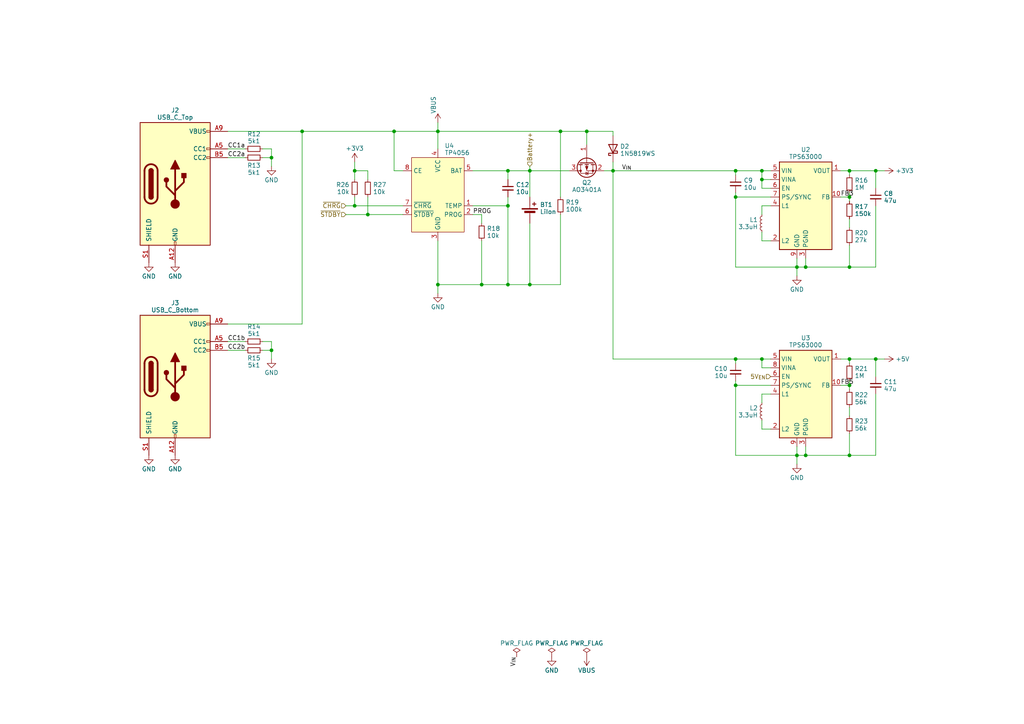
<source format=kicad_sch>
(kicad_sch (version 20230121) (generator eeschema)
  (paper "A4")
  (title_block (title "Qeteshs AC-Controller") (date "~DATE~") (rev "~VERSION~"))
  (lib_symbols
    (symbol "Device:Battery_Cell" (pin_numbers hide) (pin_names (offset 0) hide)
      (property "Reference" "BT" (at 2.54 2.54 0))
      (property "Value" "Battery_Cell" (at 2.54 0 0))
      (symbol "Battery_Cell_0_1"
        (rectangle (start -2.286 1.778) (end 2.286 1.524) (fill (type outline)))
        (rectangle (start -1.524 1.016) (end 1.524 0.508) (fill (type outline)))
        (polyline (pts (xy 0 0.762) (xy 0 0)))
        (polyline (pts (xy 0 1.778) (xy 0 2.54)))
        (polyline (pts (xy 0.762 3.048) (xy 1.778 3.048)) (stroke (width 0.254)))
        (polyline (pts (xy 1.27 3.556) (xy 1.27 2.54)) (stroke (width 0.254)))
      )
      (symbol "Battery_Cell_1_1"
        (pin passive line (at 0 5.08 270) (length 2.54) (name "+") (number "1"))
        (pin passive line (at 0 -2.54 90) (length 2.54) (name "-") (number "2"))
      )
    )
    (symbol "Device:C_Small" (pin_numbers hide) (pin_names (offset 0.254) hide)
      (property "Reference" "C" (at 0.254 1.778 0))
      (property "Value" "C_Small" (at 0.254 -2.032 0))
      (symbol "C_Small_0_1"
        (polyline (pts (xy -1.524 -0.508) (xy 1.524 -0.508)) (stroke (width 0.3302)))
        (polyline (pts (xy -1.524 0.508) (xy 1.524 0.508)) (stroke (width 0.3048)))
      )
      (symbol "C_Small_1_1"
        (pin passive line (at 0 2.54 270) (length 2.032) (name "~") (number "1"))
        (pin passive line (at 0 -2.54 90) (length 2.032) (name "~") (number "2"))
      )
    )
    (symbol "Device:L_Small" (pin_numbers hide) (pin_names (offset 0.254) hide)
      (property "Reference" "L" (at 0.762 1.016 0))
      (property "Value" "L_Small" (at 0.762 -1.016 0))
      (symbol "L_Small_0_1"
        (arc (start 0 -2.032) (mid 0.5058 -1.524) (end 0 -1.016))
        (arc (start 0 -1.016) (mid 0.5058 -0.508) (end 0 0))
        (arc (start 0 0) (mid 0.5058 0.508) (end 0 1.016))
        (arc (start 0 1.016) (mid 0.5058 1.524) (end 0 2.032))
      )
      (symbol "L_Small_1_1"
        (pin passive line (at 0 2.54 270) (length 0.508) (name "~") (number "1"))
        (pin passive line (at 0 -2.54 90) (length 0.508) (name "~") (number "2"))
      )
    )
    (symbol "Device:R_Small" (pin_numbers hide) (pin_names (offset 0.254) hide)
      (property "Reference" "R" (at 0.762 0.508 0))
      (property "Value" "R_Small" (at 0.762 -1.016 0))
      (symbol "R_Small_0_1"
        (rectangle (start -0.762 1.778) (end 0.762 -1.778) (stroke (width 0.2032)))
      )
      (symbol "R_Small_1_1"
        (pin passive line (at 0 2.54 270) (length 0.762) (name "~") (number "1"))
        (pin passive line (at 0 -2.54 90) (length 0.762) (name "~") (number "2"))
      )
    )
    (symbol "Diode:1N5819WS" (pin_numbers hide) (pin_names (offset 1.016) hide)
      (property "Reference" "D" (at 0 2.54 0))
      (property "Value" "1N5819WS" (at 0 -2.54 0))
      (symbol "1N5819WS_0_1"
        (polyline (pts (xy 1.27 0) (xy -1.27 0)))
        (polyline (pts (xy 1.27 1.27) (xy 1.27 -1.27) (xy -1.27 0) (xy 1.27 1.27)) (stroke (width 0.254)))
        (polyline (pts (xy -1.905 0.635) (xy -1.905 1.27) (xy -1.27 1.27) (xy -1.27 -1.27) (xy -0.635 -1.27) (xy -0.635 -0.635)) (stroke (width 0.254)))
      )
      (symbol "1N5819WS_1_1"
        (pin passive line (at -3.81 0 0) (length 2.54) (name "K") (number "1"))
        (pin passive line (at 3.81 0 180) (length 2.54) (name "A") (number "2"))
      )
    )
    (symbol "My_Symbols:TP4056"
      (property "Reference" "U" (at 0 0 0))
      (property "Value" "TP4056" (at 0 0 0))
      (symbol "TP4056_1_1"
        (rectangle (start -7.62 -3.81) (end 7.62 -25.4) (fill (type background)))
        (pin input line (at 10.16 -17.78 180) (length 2.54) (name "TEMP") (number "1"))
        (pin input line (at 10.16 -20.32 180) (length 2.54) (name "PROG") (number "2"))
        (pin power_in line (at 0 -27.94 90) (length 2.54) (name "GND") (number "3"))
        (pin power_in line (at 0 -1.27 270) (length 2.54) (name "VCC") (number "4"))
        (pin output line (at 10.16 -7.62 180) (length 2.54) (name "BAT") (number "5"))
        (pin output line (at -10.16 -20.32 0) (length 2.54) (name "~{STDBY}") (number "6"))
        (pin output line (at -10.16 -17.78 0) (length 2.54) (name "~{CHRG}") (number "7"))
        (pin input line (at -10.16 -7.62 0) (length 2.54) (name "CE") (number "8"))
        (pin passive line (at 0 -27.94 90) (length 2.54) hide (name "EP") (number "9"))
      )
    )
    (symbol "My_Symbols:USB_C_Receptacle_Power" (pin_names (offset 1.016))
      (property "Reference" "J7" (at 0 21.4798 0))
      (property "Value" "USB_C_Receptacle_Power" (at 0 18.9429 0))
      (symbol "USB_C_Receptacle_Power_0_0"
        (rectangle (start -0.254 -17.78) (end 0.254 -16.764))
        (rectangle (start 10.16 7.874) (end 9.144 7.366))
        (rectangle (start 10.16 10.414) (end 9.144 9.906))
        (rectangle (start 10.16 15.494) (end 9.144 14.986))
      )
      (symbol "USB_C_Receptacle_Power_0_1"
        (rectangle (start -10.16 17.78) (end 10.16 -17.78) (stroke (width 0.254)) (fill (type background)))
        (arc (start -8.89 -3.81) (mid -6.985 -5.7067) (end -5.08 -3.81) (stroke (width 0.508)))
        (arc (start -7.62 -3.81) (mid -6.985 -4.4423) (end -6.35 -3.81) (stroke (width 0.254)))
        (arc (start -7.62 -3.81) (mid -6.985 -4.4423) (end -6.35 -3.81) (stroke (width 0.254)) (fill (type outline)))
        (rectangle (start -7.62 -3.81) (end -6.35 3.81) (stroke (width 0.254)) (fill (type outline)))
        (arc (start -6.35 3.81) (mid -6.985 4.4423) (end -7.62 3.81) (stroke (width 0.254)))
        (arc (start -6.35 3.81) (mid -6.985 4.4423) (end -7.62 3.81) (stroke (width 0.254)) (fill (type outline)))
        (arc (start -5.08 3.81) (mid -6.985 5.7067) (end -8.89 3.81) (stroke (width 0.508)))
        (circle (center -2.54 1.143) (radius 0.635) (stroke (width 0.254)) (fill (type outline)))
        (circle (center 0 -5.842) (radius 1.27) (fill (type outline)))
        (polyline (pts (xy -8.89 -3.81) (xy -8.89 3.81)) (stroke (width 0.508)))
        (polyline (pts (xy -5.08 3.81) (xy -5.08 -3.81)) (stroke (width 0.508)))
        (polyline (pts (xy 0 -5.842) (xy 0 4.318)) (stroke (width 0.508)))
        (polyline (pts (xy 0 -3.302) (xy -2.54 -0.762) (xy -2.54 0.508)) (stroke (width 0.508)))
        (polyline (pts (xy 0 -2.032) (xy 2.54 0.508) (xy 2.54 1.778)) (stroke (width 0.508)))
        (polyline (pts (xy -1.27 4.318) (xy 0 6.858) (xy 1.27 4.318) (xy -1.27 4.318)) (stroke (width 0.254)) (fill (type outline)))
        (rectangle (start 1.905 1.778) (end 3.175 3.048) (stroke (width 0.254)) (fill (type outline)))
      )
      (symbol "USB_C_Receptacle_Power_1_1"
        (pin passive line (at 0 -22.86 90) (length 5.08) (name "GND") (number "A12"))
        (pin bidirectional line (at 15.24 10.16 180) (length 5.08) (name "CC1") (number "A5"))
        (pin passive line (at 15.24 15.24 180) (length 5.08) (name "VBUS") (number "A9"))
        (pin passive line (at 0 -22.86 90) (length 5.08) hide (name "GND") (number "B12"))
        (pin bidirectional line (at 15.24 7.62 180) (length 5.08) (name "CC2") (number "B5"))
        (pin passive line (at 15.24 15.24 180) (length 5.08) hide (name "VBUS") (number "B9"))
        (pin passive line (at -7.62 -22.86 90) (length 5.08) (name "SHIELD") (number "S1"))
      )
    )
    (symbol "Regulator_Switching:TPS63000"
      (property "Reference" "U" (at -7.62 13.97 0))
      (property "Value" "TPS63000" (at 5.08 13.97 0))
      (symbol "TPS63000_0_1"
        (rectangle (start -7.62 12.7) (end 7.62 -12.7) (stroke (width 0.254)) (fill (type background)))
      )
      (symbol "TPS63000_1_1"
        (pin power_out line (at 10.16 10.16 180) (length 2.54) (name "VOUT") (number "1"))
        (pin input line (at 10.16 2.54 180) (length 2.54) (name "FB") (number "10"))
        (pin passive line (at 0 -15.24 90) (length 2.54) hide (name "PGND") (number "11"))
        (pin input line (at -10.16 -10.16 0) (length 2.54) (name "L2") (number "2"))
        (pin power_in line (at 0 -15.24 90) (length 2.54) (name "PGND") (number "3"))
        (pin input line (at -10.16 0 0) (length 2.54) (name "L1") (number "4"))
        (pin power_in line (at -10.16 10.16 0) (length 2.54) (name "VIN") (number "5"))
        (pin input line (at -10.16 5.08 0) (length 2.54) (name "EN") (number "6"))
        (pin input line (at -10.16 2.54 0) (length 2.54) (name "PS/SYNC") (number "7"))
        (pin power_in line (at -10.16 7.62 0) (length 2.54) (name "VINA") (number "8"))
        (pin power_in line (at -2.54 -15.24 90) (length 2.54) (name "GND") (number "9"))
      )
    )
    (symbol "Transistor_FET:AO3401A" (pin_names hide)
      (property "Reference" "Q" (at 5.08 1.905 0))
      (property "Value" "AO3401A" (at 5.08 0 0))
      (symbol "AO3401A_0_1"
        (polyline (pts (xy 0.254 0) (xy -2.54 0)))
        (polyline (pts (xy 0.254 1.905) (xy 0.254 -1.905)) (stroke (width 0.254)))
        (polyline (pts (xy 0.762 -1.27) (xy 0.762 -2.286)) (stroke (width 0.254)))
        (polyline (pts (xy 0.762 0.508) (xy 0.762 -0.508)) (stroke (width 0.254)))
        (polyline (pts (xy 0.762 2.286) (xy 0.762 1.27)) (stroke (width 0.254)))
        (polyline (pts (xy 2.54 2.54) (xy 2.54 1.778)))
        (polyline (pts (xy 2.54 -2.54) (xy 2.54 0) (xy 0.762 0)))
        (polyline (pts (xy 0.762 1.778) (xy 3.302 1.778) (xy 3.302 -1.778) (xy 0.762 -1.778)))
        (polyline (pts (xy 2.286 0) (xy 1.27 0.381) (xy 1.27 -0.381) (xy 2.286 0)) (fill (type outline)))
        (polyline (pts (xy 2.794 -0.508) (xy 2.921 -0.381) (xy 3.683 -0.381) (xy 3.81 -0.254)))
        (polyline (pts (xy 3.302 -0.381) (xy 2.921 0.254) (xy 3.683 0.254) (xy 3.302 -0.381)))
        (circle (center 1.651 0) (radius 2.794) (stroke (width 0.254)))
        (circle (center 2.54 -1.778) (radius 0.254) (fill (type outline)))
        (circle (center 2.54 1.778) (radius 0.254) (fill (type outline)))
      )
      (symbol "AO3401A_1_1"
        (pin input line (at -5.08 0 0) (length 2.54) (name "G") (number "1"))
        (pin passive line (at 2.54 -5.08 90) (length 2.54) (name "S") (number "2"))
        (pin passive line (at 2.54 5.08 270) (length 2.54) (name "D") (number "3"))
      )
    )
    (symbol "power:+3V3" (power) (pin_names (offset 0))
      (property "Value" "+3V3" (at 0 3.556 0))
      (symbol "+3V3_0_1"
        (polyline (pts (xy -0.762 1.27) (xy 0 2.54)))
        (polyline (pts (xy 0 0) (xy 0 2.54)))
        (polyline (pts (xy 0 2.54) (xy 0.762 1.27)))
      )
      (symbol "+3V3_1_1"
        (pin power_in line (at 0 0 90) (length 0) hide (name "+3V3") (number "1"))
      )
    )
    (symbol "power:+5V" (power) (pin_names (offset 0))
      (property "Value" "+5V" (at 0 3.556 0))
      (symbol "+5V_0_1"
        (polyline (pts (xy -0.762 1.27) (xy 0 2.54)))
        (polyline (pts (xy 0 0) (xy 0 2.54)))
        (polyline (pts (xy 0 2.54) (xy 0.762 1.27)))
      )
      (symbol "+5V_1_1"
        (pin power_in line (at 0 0 90) (length 0) hide (name "+5V") (number "1"))
      )
    )
    (symbol "power:GND" (power) (pin_names (offset 0))
      (property "Value" "GND" (at 0 -3.81 0))
      (symbol "GND_0_1"
        (polyline (pts (xy 0 0) (xy 0 -1.27) (xy 1.27 -1.27) (xy 0 -2.54) (xy -1.27 -1.27) (xy 0 -1.27)))
      )
      (symbol "GND_1_1"
        (pin power_in line (at 0 0 270) (length 0) hide (name "GND") (number "1"))
      )
    )
    (symbol "power:PWR_FLAG" (power) (pin_numbers hide) (pin_names (offset 0) hide)
      (property "Value" "PWR_FLAG" (at 0 3.81 0))
      (symbol "PWR_FLAG_0_0"
        (pin power_out line (at 0 0 90) (length 0) (name "pwr") (number "1"))
      )
      (symbol "PWR_FLAG_0_1"
        (polyline (pts (xy 0 0) (xy 0 1.27) (xy -1.016 1.905) (xy 0 2.54) (xy 1.016 1.905) (xy 0 1.27)))
      )
    )
    (symbol "power:VBUS" (power) (pin_names (offset 0))
      (property "Value" "VBUS" (at 0 3.81 0))
      (symbol "VBUS_0_1"
        (polyline (pts (xy -0.762 1.27) (xy 0 2.54)))
        (polyline (pts (xy 0 0) (xy 0 2.54)))
        (polyline (pts (xy 0 2.54) (xy 0.762 1.27)))
      )
      (symbol "VBUS_1_1"
        (pin power_in line (at 0 0 90) (length 0) hide (name "VBUS") (number "1"))
      )
    )
  )
  (junction (at 213.36 49.53))
  (junction (at 220.98 52.07))
  (junction (at 254 104.14))
  (junction (at 87.63 38.1))
  (junction (at 213.36 104.14))
  (junction (at 106.68 62.23))
  (junction (at 233.68 132.08))
  (junction (at 153.67 82.55))
  (junction (at 127 82.55))
  (junction (at 78.74 101.6))
  (junction (at 102.87 49.53))
  (junction (at 246.38 111.76))
  (junction (at 102.87 59.69))
  (junction (at 246.38 104.14))
  (junction (at 246.38 49.53))
  (junction (at 177.8 49.53))
  (junction (at 153.67 49.53))
  (junction (at 170.18 38.1))
  (junction (at 127 38.1))
  (junction (at 246.38 57.15))
  (junction (at 213.36 57.15))
  (junction (at 220.98 104.14))
  (junction (at 213.36 111.76))
  (junction (at 231.14 132.08))
  (junction (at 147.32 82.55))
  (junction (at 147.32 59.69))
  (junction (at 254 49.53))
  (junction (at 220.98 49.53))
  (junction (at 147.32 49.53))
  (junction (at 162.56 38.1))
  (junction (at 246.38 77.47))
  (junction (at 233.68 77.47))
  (junction (at 78.74 45.72))
  (junction (at 139.7 82.55))
  (junction (at 231.14 77.47))
  (junction (at 114.3 38.1))
  (junction (at 246.38 132.08))
  (wire (pts (xy 66.04 38.1) (xy 87.63 38.1)))
  (wire (pts (xy 213.36 104.14) (xy 177.8 104.14)))
  (wire (pts (xy 170.18 38.1) (xy 170.18 41.91)))
  (wire (pts (xy 246.38 57.15) (xy 246.38 58.42)))
  (wire (pts (xy 100.33 59.69) (xy 102.87 59.69)))
  (wire (pts (xy 106.68 49.53) (xy 106.68 52.07)))
  (wire (pts (xy 243.84 57.15) (xy 246.38 57.15)))
  (wire (pts (xy 71.12 101.6) (xy 66.04 101.6)))
  (wire (pts (xy 233.68 132.08) (xy 246.38 132.08)))
  (wire (pts (xy 243.84 111.76) (xy 246.38 111.76)))
  (wire (pts (xy 102.87 46.99) (xy 102.87 49.53)))
  (wire (pts (xy 246.38 104.14) (xy 246.38 105.41)))
  (wire (pts (xy 106.68 62.23) (xy 116.84 62.23)))
  (wire (pts (xy 177.8 104.14) (xy 177.8 49.53)))
  (wire (pts (xy 102.87 49.53) (xy 102.87 52.07)))
  (wire (pts (xy 213.36 57.15) (xy 213.36 77.47)))
  (wire (pts (xy 220.98 104.14) (xy 223.52 104.14)))
  (wire (pts (xy 223.52 124.46) (xy 220.98 124.46)))
  (wire (pts (xy 220.98 62.23) (xy 220.98 59.69)))
  (wire (pts (xy 243.84 49.53) (xy 246.38 49.53)))
  (wire (pts (xy 139.7 69.85) (xy 139.7 82.55)))
  (wire (pts (xy 213.36 49.53) (xy 220.98 49.53)))
  (wire (pts (xy 177.8 46.99) (xy 177.8 49.53)))
  (wire (pts (xy 254 104.14) (xy 256.54 104.14)))
  (wire (pts (xy 231.14 77.47) (xy 231.14 80.01)))
  (wire (pts (xy 254 104.14) (xy 246.38 104.14)))
  (wire (pts (xy 233.68 129.54) (xy 233.68 132.08)))
  (wire (pts (xy 213.36 55.88) (xy 213.36 57.15)))
  (wire (pts (xy 162.56 38.1) (xy 170.18 38.1)))
  (wire (pts (xy 116.84 49.53) (xy 114.3 49.53)))
  (wire (pts (xy 153.67 57.15) (xy 153.67 49.53)))
  (wire (pts (xy 137.16 59.69) (xy 147.32 59.69)))
  (wire (pts (xy 139.7 62.23) (xy 139.7 64.77)))
  (wire (pts (xy 147.32 82.55) (xy 139.7 82.55)))
  (wire (pts (xy 220.98 54.61) (xy 220.98 52.07)))
  (wire (pts (xy 170.18 38.1) (xy 177.8 38.1)))
  (wire (pts (xy 127 35.56) (xy 127 38.1)))
  (wire (pts (xy 102.87 59.69) (xy 116.84 59.69)))
  (wire (pts (xy 139.7 82.55) (xy 127 82.55)))
  (wire (pts (xy 213.36 132.08) (xy 231.14 132.08)))
  (wire (pts (xy 246.38 57.15) (xy 246.38 55.88)))
  (wire (pts (xy 254 109.22) (xy 254 104.14)))
  (wire (pts (xy 213.36 49.53) (xy 213.36 50.8)))
  (wire (pts (xy 246.38 49.53) (xy 246.38 50.8)))
  (wire (pts (xy 137.16 49.53) (xy 147.32 49.53)))
  (wire (pts (xy 102.87 57.15) (xy 102.87 59.69)))
  (wire (pts (xy 78.74 48.26) (xy 78.74 45.72)))
  (wire (pts (xy 78.74 45.72) (xy 78.74 43.18)))
  (wire (pts (xy 78.74 104.14) (xy 78.74 101.6)))
  (wire (pts (xy 246.38 77.47) (xy 254 77.47)))
  (wire (pts (xy 220.98 49.53) (xy 223.52 49.53)))
  (wire (pts (xy 220.98 106.68) (xy 220.98 104.14)))
  (wire (pts (xy 153.67 64.77) (xy 153.67 82.55)))
  (wire (pts (xy 220.98 124.46) (xy 220.98 121.92)))
  (wire (pts (xy 66.04 93.98) (xy 87.63 93.98)))
  (wire (pts (xy 231.14 132.08) (xy 231.14 134.62)))
  (wire (pts (xy 87.63 38.1) (xy 114.3 38.1)))
  (wire (pts (xy 213.36 111.76) (xy 213.36 132.08)))
  (wire (pts (xy 254 49.53) (xy 246.38 49.53)))
  (wire (pts (xy 231.14 129.54) (xy 231.14 132.08)))
  (wire (pts (xy 246.38 63.5) (xy 246.38 66.04)))
  (wire (pts (xy 78.74 101.6) (xy 78.74 99.06)))
  (wire (pts (xy 213.36 104.14) (xy 213.36 105.41)))
  (wire (pts (xy 254 49.53) (xy 256.54 49.53)))
  (wire (pts (xy 114.3 38.1) (xy 127 38.1)))
  (wire (pts (xy 254 54.61) (xy 254 49.53)))
  (wire (pts (xy 223.52 52.07) (xy 220.98 52.07)))
  (wire (pts (xy 153.67 82.55) (xy 147.32 82.55)))
  (wire (pts (xy 243.84 104.14) (xy 246.38 104.14)))
  (wire (pts (xy 76.2 99.06) (xy 78.74 99.06)))
  (wire (pts (xy 162.56 38.1) (xy 162.56 57.15)))
  (wire (pts (xy 175.26 49.53) (xy 177.8 49.53)))
  (wire (pts (xy 76.2 43.18) (xy 78.74 43.18)))
  (wire (pts (xy 127 38.1) (xy 162.56 38.1)))
  (wire (pts (xy 153.67 49.53) (xy 165.1 49.53)))
  (wire (pts (xy 220.98 52.07) (xy 220.98 49.53)))
  (wire (pts (xy 71.12 43.18) (xy 66.04 43.18)))
  (wire (pts (xy 246.38 118.11) (xy 246.38 120.65)))
  (wire (pts (xy 100.33 62.23) (xy 106.68 62.23)))
  (wire (pts (xy 147.32 59.69) (xy 147.32 57.15)))
  (wire (pts (xy 127 38.1) (xy 127 43.18)))
  (wire (pts (xy 137.16 62.23) (xy 139.7 62.23)))
  (wire (pts (xy 213.36 111.76) (xy 223.52 111.76)))
  (wire (pts (xy 223.52 69.85) (xy 220.98 69.85)))
  (wire (pts (xy 213.36 110.49) (xy 213.36 111.76)))
  (wire (pts (xy 254 114.3) (xy 254 132.08)))
  (wire (pts (xy 153.67 48.26) (xy 153.67 49.53)))
  (wire (pts (xy 147.32 59.69) (xy 147.32 82.55)))
  (wire (pts (xy 233.68 132.08) (xy 231.14 132.08)))
  (wire (pts (xy 254 59.69) (xy 254 77.47)))
  (wire (pts (xy 246.38 71.12) (xy 246.38 77.47)))
  (wire (pts (xy 246.38 111.76) (xy 246.38 113.03)))
  (wire (pts (xy 162.56 82.55) (xy 153.67 82.55)))
  (wire (pts (xy 114.3 49.53) (xy 114.3 38.1)))
  (wire (pts (xy 177.8 49.53) (xy 213.36 49.53)))
  (wire (pts (xy 147.32 49.53) (xy 147.32 52.07)))
  (wire (pts (xy 246.38 132.08) (xy 254 132.08)))
  (wire (pts (xy 213.36 77.47) (xy 231.14 77.47)))
  (wire (pts (xy 76.2 101.6) (xy 78.74 101.6)))
  (wire (pts (xy 220.98 59.69) (xy 223.52 59.69)))
  (wire (pts (xy 71.12 45.72) (xy 66.04 45.72)))
  (wire (pts (xy 127 69.85) (xy 127 82.55)))
  (wire (pts (xy 223.52 106.68) (xy 220.98 106.68)))
  (wire (pts (xy 220.98 69.85) (xy 220.98 67.31)))
  (wire (pts (xy 213.36 104.14) (xy 220.98 104.14)))
  (wire (pts (xy 246.38 111.76) (xy 246.38 110.49)))
  (wire (pts (xy 127 82.55) (xy 127 85.09)))
  (wire (pts (xy 220.98 116.84) (xy 220.98 114.3)))
  (wire (pts (xy 71.12 99.06) (xy 66.04 99.06)))
  (wire (pts (xy 162.56 62.23) (xy 162.56 82.55)))
  (wire (pts (xy 106.68 57.15) (xy 106.68 62.23)))
  (wire (pts (xy 233.68 77.47) (xy 246.38 77.47)))
  (wire (pts (xy 177.8 38.1) (xy 177.8 39.37)))
  (wire (pts (xy 233.68 77.47) (xy 231.14 77.47)))
  (wire (pts (xy 220.98 114.3) (xy 223.52 114.3)))
  (wire (pts (xy 223.52 54.61) (xy 220.98 54.61)))
  (wire (pts (xy 153.67 49.53) (xy 147.32 49.53)))
  (wire (pts (xy 102.87 49.53) (xy 106.68 49.53)))
  (wire (pts (xy 213.36 57.15) (xy 223.52 57.15)))
  (wire (pts (xy 76.2 45.72) (xy 78.74 45.72)))
  (wire (pts (xy 233.68 74.93) (xy 233.68 77.47)))
  (wire (pts (xy 87.63 93.98) (xy 87.63 38.1)))
  (wire (pts (xy 246.38 125.73) (xy 246.38 132.08)))
  (wire (pts (xy 231.14 74.93) (xy 231.14 77.47)))
  (label "CC1b" (at 66.04 99.06 0))
  (label "PROG" (at 137.16 62.23 0))
  (label "FB5" (at 243.84 111.76 0))
  (label "CC1a" (at 66.04 43.18 0))
  (label "CC2b" (at 66.04 101.6 0))
  (label "V_{IN}" (at 149.86 190.5 270))
  (label "V_{IN}" (at 180.34 49.53 0))
  (label "CC2a" (at 66.04 45.72 0))
  (label "FB3" (at 243.84 57.15 0))
  (hierarchical_label "~{STDBY}" (shape input) (at 100.33 62.23 180))
  (hierarchical_label "Battery+" (shape input) (at 153.67 48.26 90))
  (hierarchical_label "5V_{EN}" (shape input) (at 223.52 109.22 180))
  (hierarchical_label "~{CHRG}" (shape input) (at 100.33 59.69 180))
  (symbol (lib_id "Device:R_Small") (at 73.66 99.06 90) (unit 1)
    (property "Reference" "R14" (at 73.66 94.7434 90))
    (property "Value" "5k1" (at 73.66 96.7914 90))
    (property "Footprint" "Resistor_SMD:R_0402_1005Metric" (effects hide))
    (property "LCSC" "C25905" (effects hide))
  )
  (symbol (lib_id "Device:Battery_Cell") (at 153.67 62.23 0) (unit 1)
    (property "Reference" "BT1" (at 156.591 59.3645 0) (effects (justify left)))
    (property "Value" "LiIon" (at 156.591 61.4125 0) (effects (justify left)))
    (property "Footprint" "Connector_JST:JST_PH_S2B-PH-K_1x02_P2.00mm_Horizontal" (effects hide))
  )
  (symbol (lib_id "My_Symbols:USB_C_Receptacle_Power") (at 50.8 53.34 0) (unit 1)
    (property "Reference" "J2" (at 50.8 31.98 0))
    (property "Value" "USB_C_Top" (at 50.8 34.028 0))
    (property "Footprint" "USB4125-GF-A_REVA2:GCT_USB4125-GF-A_REVA2" (effects hide))
    (property "Datasheet" "https://www.usb.org/sites/default/files/documents/usb_type-c.zip" (effects hide))
    (property "LCSC" "C283540" (effects hide))
  )
  (symbol (lib_id "Device:R_Small") (at 246.38 60.96 0) (unit 1)
    (property "Reference" "R17" (at 247.8786 59.936 0) (effects (justify left)))
    (property "Value" "150k" (at 247.8786 61.984 0) (effects (justify left)))
    (property "Footprint" "Resistor_SMD:R_0402_1005Metric" (effects hide))
    (property "LCSC" "C25755" (effects hide))
  )
  (symbol (lib_id "power:VBUS") (at 127 35.56 0) (unit 1)
    (property "Reference" "#PWR05" (effects hide))
    (property "Value" "VBUS" (at 125.73 33.02 90) (effects (justify left)))
    (instances (project "AC-Controller" (path "" (reference "#PWR05") (unit 1)) (path "" (reference "#PWR038") (unit 1))))
  )
  (symbol (lib_id "Device:R_Small") (at 139.7 67.31 0) (unit 1)
    (property "Reference" "R18" (at 141.1986 66.286 0) (effects (justify left)))
    (property "Value" "10k" (at 141.1986 68.334 0) (effects (justify left)))
    (property "Footprint" "Resistor_SMD:R_0402_1005Metric" (effects hide))
    (property "LCSC" "C25744" (effects hide))
  )
  (symbol (lib_id "Transistor_FET:AO3401A") (at 170.18 46.99 90) (mirror x) (unit 1)
    (property "Reference" "Q2" (at 170.18 52.967 90))
    (property "Value" "AO3401A" (at 170.18 55.015 90))
    (property "Footprint" "Package_TO_SOT_SMD:SOT-23" (effects hide))
    (property "Datasheet" "http://www.aosmd.com/pdfs/datasheet/AO3401A.pdf" (effects hide))
    (property "LCSC" "C15127" (effects hide))
  )
  (symbol (lib_id "Device:R_Small") (at 73.66 45.72 90) (unit 1)
    (property "Reference" "R13" (at 73.66 47.9886 90))
    (property "Value" "5k1" (at 73.66 50.0366 90))
    (property "Footprint" "Resistor_SMD:R_0402_1005Metric" (effects hide))
    (property "LCSC" "C25905" (effects hide))
  )
  (symbol (lib_id "My_Symbols:TP4056") (at 127 41.91 0) (unit 1)
    (property "Reference" "U4" (at 128.9559 42.267 0) (effects (justify left)))
    (property "Value" "TP4056" (at 128.9559 44.315 0) (effects (justify left)))
    (property "Footprint" "TP4056:SOP127P600X175-9N" (effects hide))
    (property "LCSC" "C16581" (effects hide))
  )
  (symbol (lib_id "power:+3V3") (at 102.87 46.99 0) (unit 1)
    (property "Reference" "#PWR027" (effects hide))
    (property "Value" "+3V3" (at 102.87 43.045 0))
  )
  (symbol (lib_id "Diode:1N5819WS") (at 177.8 43.18 90) (unit 1)
    (property "Reference" "D2" (at 179.832 42.4735 90) (effects (justify right)))
    (property "Value" "1N5819WS" (at 179.832 44.5215 90) (effects (justify right)))
    (property "Footprint" "Diode_SMD:D_SOD-323" (effects hide))
    (property "Datasheet" "https://datasheet.lcsc.com/lcsc/2204281430_Guangdong-Hottech-1N5819WS_C191023.pdf" (effects hide))
    (property "LCSC" "C191023" (effects hide))
  )
  (symbol (lib_id "Device:R_Small") (at 246.38 115.57 0) (unit 1)
    (property "Reference" "R22" (at 247.8786 114.546 0) (effects (justify left)))
    (property "Value" "56k" (at 247.8786 116.594 0) (effects (justify left)))
    (property "Footprint" "Resistor_SMD:R_0402_1005Metric" (effects hide))
    (property "LCSC" "C25796" (effects hide))
  )
  (symbol (lib_id "power:GND") (at 231.14 80.01 0) (unit 1)
    (property "Reference" "#PWR022" (effects hide))
    (property "Value" "GND" (at 231.14 83.955 0))
  )
  (symbol (lib_id "power:+5V") (at 256.54 104.14 270) (unit 1)
    (property "Reference" "#PWR033" (effects hide))
    (property "Value" "+5V" (at 259.715 104.14 90) (effects (justify left)))
  )
  (symbol (lib_id "power:GND") (at 50.8 132.08 0) (unit 1)
    (property "Reference" "#PWR04" (effects hide))
    (property "Value" "GND" (at 50.8 136.025 0))
    (instances (project "AC-Controller" (path "" (reference "#PWR04") (unit 1)) (path "" (reference "#PWR030") (unit 1))))
  )
  (symbol (lib_id "Device:L_Small") (at 220.98 119.38 180) (unit 1)
    (property "Reference" "L2" (at 219.8393 118.356 0) (effects (justify left)))
    (property "Value" "3.3uH" (at 219.8393 120.404 0) (effects (justify left)))
    (property "Footprint" "My_Footprints:EATON_DR74" (effects hide))
  )
  (symbol (lib_id "Device:C_Small") (at 213.36 53.34 0) (unit 1)
    (property "Reference" "C9" (at 215.6841 52.3223 0) (effects (justify left)))
    (property "Value" "10u" (at 215.6841 54.3703 0) (effects (justify left)))
    (property "Footprint" "Capacitor_SMD:C_0603_1608Metric" (effects hide))
    (property "LCSC" "C96446" (effects hide))
  )
  (symbol (lib_id "Device:C_Small") (at 254 111.76 0) (unit 1)
    (property "Reference" "C11" (at 256.3241 110.7423 0) (effects (justify left)))
    (property "Value" "47u" (at 256.3241 112.7903 0) (effects (justify left)))
    (property "Footprint" "Capacitor_SMD:C_0805_2012Metric" (effects hide))
    (property "LCSC" "C16780" (effects hide))
  )
  (symbol (lib_id "power:GND") (at 50.8 76.2 0) (unit 1)
    (property "Reference" "#PWR026" (effects hide))
    (property "Value" "GND" (at 50.8 80.145 0))
  )
  (symbol (lib_id "power:GND") (at 231.14 134.62 0) (unit 1)
    (property "Reference" "#PWR035" (effects hide))
    (property "Value" "GND" (at 231.14 138.565 0))
  )
  (symbol (lib_id "power:+3V3") (at 256.54 49.53 270) (unit 1)
    (property "Reference" "#PWR024" (effects hide))
    (property "Value" "+3V3" (at 259.715 49.53 90) (effects (justify left)))
  )
  (symbol (lib_id "Device:R_Small") (at 246.38 123.19 0) (unit 1)
    (property "Reference" "R23" (at 247.8786 122.166 0) (effects (justify left)))
    (property "Value" "56k" (at 247.8786 124.214 0) (effects (justify left)))
    (property "Footprint" "Resistor_SMD:R_0402_1005Metric" (effects hide))
    (property "LCSC" "C25796" (effects hide))
  )
  (symbol (lib_id "Device:C_Small") (at 254 57.15 0) (unit 1)
    (property "Reference" "C8" (at 256.3241 56.1323 0) (effects (justify left)))
    (property "Value" "47u" (at 256.3241 58.1803 0) (effects (justify left)))
    (property "Footprint" "Capacitor_SMD:C_0805_2012Metric" (effects hide))
    (property "LCSC" "C16780" (effects hide))
  )
  (symbol (lib_id "Device:C_Small") (at 147.32 54.61 0) (unit 1)
    (property "Reference" "C12" (at 149.6441 53.5923 0) (effects (justify left)))
    (property "Value" "10u" (at 149.6441 55.6403 0) (effects (justify left)))
    (property "Footprint" "Capacitor_SMD:C_0603_1608Metric" (effects hide))
    (property "LCSC" "C96446" (effects hide))
  )
  (symbol (lib_id "Device:L_Small") (at 220.98 64.77 180) (unit 1)
    (property "Reference" "L1" (at 219.8393 63.746 0) (effects (justify left)))
    (property "Value" "3.3uH" (at 219.8393 65.794 0) (effects (justify left)))
    (property "Footprint" "My_Footprints:EATON_DR74" (effects hide))
  )
  (symbol (lib_id "Device:R_Small") (at 102.87 54.61 0) (unit 1)
    (property "Reference" "R26" (at 101.3714 53.586 0) (effects (justify right)))
    (property "Value" "10k" (at 101.3714 55.634 0) (effects (justify right)))
    (property "Footprint" "Resistor_SMD:R_0402_1005Metric" (effects hide))
    (property "LCSC" "C25744" (effects hide))
  )
  (symbol (lib_id "Device:R_Small") (at 162.56 59.69 0) (unit 1)
    (property "Reference" "R19" (at 164.0586 58.666 0) (effects (justify left)))
    (property "Value" "100k" (at 164.0586 60.714 0) (effects (justify left)))
    (property "Footprint" "Resistor_SMD:R_0402_1005Metric" (effects hide))
    (property "LCSC" "C25741" (effects hide))
  )
  (symbol (lib_id "Regulator_Switching:TPS63000") (at 233.68 114.3 0) (unit 1)
    (property "Reference" "U3" (at 233.68 98.02 0))
    (property "Value" "TPS63000" (at 233.68 100.068 0))
    (property "Footprint" "Package_SON:Texas_DRC0010J" (effects hide))
    (property "Datasheet" "http://www.ti.com/lit/ds/symlink/tps63000.pdf" (effects hide))
    (property "LCSC" "C24966" (effects hide))
  )
  (symbol (lib_id "Device:C_Small") (at 213.36 107.95 0) (unit 1)
    (property "Reference" "C10" (at 211.0359 106.9323 0) (effects (justify right)))
    (property "Value" "10u" (at 211.0359 108.9803 0) (effects (justify right)))
    (property "Footprint" "Capacitor_SMD:C_0603_1608Metric" (effects hide))
    (property "LCSC" "C96446" (effects hide))
  )
  (symbol (lib_id "power:GND") (at 160.02 190.5 0) (unit 1)
    (property "Reference" "#PWR035" (effects hide))
    (property "Value" "GND" (at 160.02 194.445 0))
    (instances (project "AC-Controller" (path "" (reference "#PWR035") (unit 1)) (path "" (reference "#PWR031") (unit 1))))
  )
  (symbol (lib_id "My_Symbols:USB_C_Receptacle_Power") (at 50.8 109.22 0) (unit 1)
    (property "Reference" "J3" (at 50.8 87.86 0))
    (property "Value" "USB_C_Bottom" (at 50.8 89.908 0))
    (property "Footprint" "USB4125-GF-A_REVA2:GCT_USB4125-GF-A_REVA2" (effects hide))
    (property "Datasheet" "https://www.usb.org/sites/default/files/documents/usb_type-c.zip" (effects hide))
    (property "LCSC" "C283540" (effects hide))
  )
  (symbol (lib_id "power:GND") (at 78.74 104.14 0) (unit 1)
    (property "Reference" "#PWR02" (effects hide))
    (property "Value" "GND" (at 78.74 108.085 0))
    (instances (project "AC-Controller" (path "" (reference "#PWR02") (unit 1)) (path "" (reference "#PWR028") (unit 1))))
  )
  (symbol (lib_id "Device:R_Small") (at 73.66 101.6 90) (unit 1)
    (property "Reference" "R15" (at 73.66 103.8686 90))
    (property "Value" "5k1" (at 73.66 105.9166 90))
    (property "Footprint" "Resistor_SMD:R_0402_1005Metric" (effects hide))
    (property "LCSC" "C25905" (effects hide))
  )
  (symbol (lib_id "power:PWR_FLAG") (at 160.02 190.5 0) (unit 1)
    (property "Reference" "#FLG02" (effects hide))
    (property "Value" "PWR_FLAG" (at 160.02 186.555 0))
    (instances (project "AC-Controller" (path "" (reference "#FLG02") (unit 1)) (path "" (reference "#FLG01") (unit 1))))
  )
  (symbol (lib_id "Device:R_Small") (at 106.68 54.61 0) (unit 1)
    (property "Reference" "R27" (at 108.1786 53.586 0) (effects (justify left)))
    (property "Value" "10k" (at 108.1786 55.634 0) (effects (justify left)))
    (property "Footprint" "Resistor_SMD:R_0402_1005Metric" (effects hide))
    (property "LCSC" "C25744" (effects hide))
  )
  (symbol (lib_id "power:GND") (at 43.18 132.08 0) (unit 1)
    (property "Reference" "#PWR03" (effects hide))
    (property "Value" "GND" (at 43.18 136.025 0))
    (instances (project "AC-Controller" (path "" (reference "#PWR03") (unit 1)) (path "" (reference "#PWR029") (unit 1))))
  )
  (symbol (lib_id "power:PWR_FLAG") (at 149.86 190.5 0) (unit 1)
    (property "Reference" "#FLG02" (effects hide))
    (property "Value" "PWR_FLAG" (at 149.86 186.555 0))
    (instances (project "AC-Controller" (path "" (reference "#FLG02") (unit 1)) (path "" (reference "#FLG03") (unit 1))))
  )
  (symbol (lib_id "Device:R_Small") (at 73.66 43.18 90) (unit 1)
    (property "Reference" "R12" (at 73.66 38.8634 90))
    (property "Value" "5k1" (at 73.66 40.9114 90))
    (property "Footprint" "Resistor_SMD:R_0402_1005Metric" (effects hide))
    (property "LCSC" "C25905" (effects hide))
  )
  (symbol (lib_id "Device:R_Small") (at 246.38 53.34 0) (unit 1)
    (property "Reference" "R16" (at 247.8786 52.316 0) (effects (justify left)))
    (property "Value" "1M" (at 247.8786 54.364 0) (effects (justify left)))
    (property "Footprint" "Resistor_SMD:R_0402_1005Metric" (effects hide))
    (property "LCSC" "C26083" (effects hide))
  )
  (symbol (lib_id "power:VBUS") (at 170.18 190.5 180) (unit 1)
    (property "Reference" "#PWR034" (effects hide))
    (property "Value" "VBUS" (at 170.18 194.445 0))
    (instances (project "AC-Controller" (path "" (reference "#PWR034") (unit 1)) (path "" (reference "#PWR032") (unit 1))))
  )
  (symbol (lib_id "Regulator_Switching:TPS63000") (at 233.68 59.69 0) (unit 1)
    (property "Reference" "U2" (at 233.68 43.41 0))
    (property "Value" "TPS63000" (at 233.68 45.458 0))
    (property "Footprint" "Package_SON:Texas_DRC0010J" (effects hide))
    (property "Datasheet" "http://www.ti.com/lit/ds/symlink/tps63000.pdf" (effects hide))
    (property "LCSC" "C24966" (effects hide))
  )
  (symbol (lib_id "power:GND") (at 78.74 48.26 0) (unit 1)
    (property "Reference" "#PWR028" (effects hide))
    (property "Value" "GND" (at 78.74 52.205 0))
    (instances (project "AC-Controller" (path "" (reference "#PWR028") (unit 1)) (path "" (reference "#PWR023") (unit 1))))
  )
  (symbol (lib_id "power:GND") (at 43.18 76.2 0) (unit 1)
    (property "Reference" "#PWR027" (effects hide))
    (property "Value" "GND" (at 43.18 80.145 0))
    (instances (project "AC-Controller" (path "" (reference "#PWR027") (unit 1)) (path "" (reference "#PWR025") (unit 1))))
  )
  (symbol (lib_id "power:GND") (at 127 85.09 0) (unit 1)
    (property "Reference" "#PWR034" (effects hide))
    (property "Value" "GND" (at 127 89.035 0))
  )
  (symbol (lib_id "power:PWR_FLAG") (at 170.18 190.5 0) (unit 1)
    (property "Reference" "#FLG03" (effects hide))
    (property "Value" "PWR_FLAG" (at 170.18 186.555 0))
    (instances (project "AC-Controller" (path "" (reference "#FLG03") (unit 1)) (path "" (reference "#FLG02") (unit 1))))
  )
  (symbol (lib_id "Device:R_Small") (at 246.38 68.58 0) (unit 1)
    (property "Reference" "R20" (at 247.8786 67.556 0) (effects (justify left)))
    (property "Value" "27k" (at 247.8786 69.604 0) (effects (justify left)))
    (property "Footprint" "Resistor_SMD:R_0402_1005Metric" (effects hide))
    (property "LCSC" "C25771" (effects hide))
  )
  (symbol (lib_id "Device:R_Small") (at 246.38 107.95 0) (unit 1)
    (property "Reference" "R21" (at 247.8786 106.926 0) (effects (justify left)))
    (property "Value" "1M" (at 247.8786 108.974 0) (effects (justify left)))
    (property "Footprint" "Resistor_SMD:R_0402_1005Metric" (effects hide))
    (property "LCSC" "C26083" (effects hide))
  )
)
</source>
